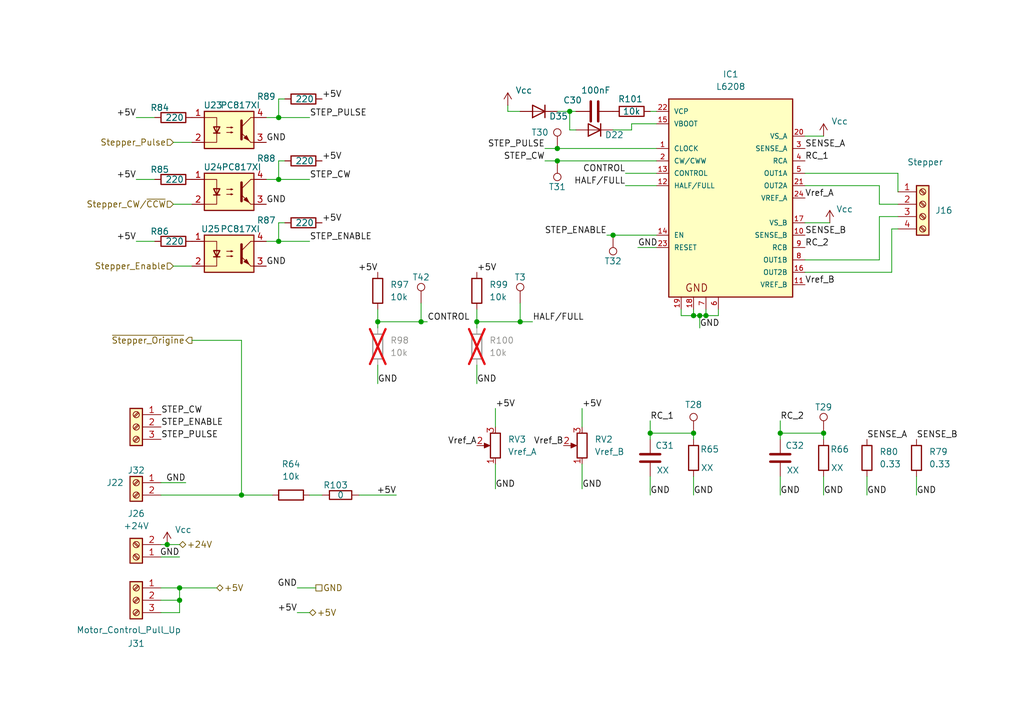
<source format=kicad_sch>
(kicad_sch (version 20231120) (generator "eeschema") (generator_version "8.0")
  (paper "A5")
  (title_block (title "Stepper controller") (date "2024-04-17") (rev "1.0"))
  (lib_symbols
    (symbol "Connector:Screw_Terminal_01x02" (pin_names (offset 1.016) hide)
      (property "Reference" "J" (at 0 2.54 0))
      (property "Value" "Screw_Terminal_01x02" (at 0 -5.08 0))
      (symbol "Screw_Terminal_01x02_1_1"
        (rectangle (start -1.27 1.27) (end 1.27 -3.81) (stroke (width 0.254)) (fill (type background)))
        (circle (center 0 -2.54) (radius 0.635) (stroke (width 0.1524)))
        (polyline (pts (xy -0.5334 -2.2098) (xy 0.3302 -3.048)) (stroke (width 0.1524)))
        (polyline (pts (xy -0.5334 0.3302) (xy 0.3302 -0.508)) (stroke (width 0.1524)))
        (polyline (pts (xy -0.3556 -2.032) (xy 0.508 -2.8702)) (stroke (width 0.1524)))
        (polyline (pts (xy -0.3556 0.508) (xy 0.508 -0.3302)) (stroke (width 0.1524)))
        (circle (center 0 0) (radius 0.635) (stroke (width 0.1524)))
        (pin passive line (at -5.08 0 0) (length 3.81) (name "Pin_1") (number "1"))
        (pin passive line (at -5.08 -2.54 0) (length 3.81) (name "Pin_2") (number "2"))
      )
    )
    (symbol "Connector:Screw_Terminal_01x03" (pin_names (offset 1.016) hide)
      (property "Reference" "J" (at 0 5.08 0))
      (property "Value" "Screw_Terminal_01x03" (at 0 -5.08 0))
      (symbol "Screw_Terminal_01x03_1_1"
        (rectangle (start -1.27 3.81) (end 1.27 -3.81) (stroke (width 0.254)) (fill (type background)))
        (circle (center 0 -2.54) (radius 0.635) (stroke (width 0.1524)))
        (polyline (pts (xy -0.5334 -2.2098) (xy 0.3302 -3.048)) (stroke (width 0.1524)))
        (polyline (pts (xy -0.5334 0.3302) (xy 0.3302 -0.508)) (stroke (width 0.1524)))
        (polyline (pts (xy -0.5334 2.8702) (xy 0.3302 2.032)) (stroke (width 0.1524)))
        (polyline (pts (xy -0.3556 -2.032) (xy 0.508 -2.8702)) (stroke (width 0.1524)))
        (polyline (pts (xy -0.3556 0.508) (xy 0.508 -0.3302)) (stroke (width 0.1524)))
        (polyline (pts (xy -0.3556 3.048) (xy 0.508 2.2098)) (stroke (width 0.1524)))
        (circle (center 0 0) (radius 0.635) (stroke (width 0.1524)))
        (circle (center 0 2.54) (radius 0.635) (stroke (width 0.1524)))
        (pin passive line (at -5.08 2.54 0) (length 3.81) (name "Pin_1") (number "1"))
        (pin passive line (at -5.08 0 0) (length 3.81) (name "Pin_2") (number "2"))
        (pin passive line (at -5.08 -2.54 0) (length 3.81) (name "Pin_3") (number "3"))
      )
    )
    (symbol "Connector:Screw_Terminal_01x04" (pin_names (offset 1.016) hide)
      (property "Reference" "J" (at 0 5.08 0))
      (property "Value" "Screw_Terminal_01x04" (at 0 -7.62 0))
      (symbol "Screw_Terminal_01x04_1_1"
        (rectangle (start -1.27 3.81) (end 1.27 -6.35) (stroke (width 0.254)) (fill (type background)))
        (circle (center 0 -5.08) (radius 0.635) (stroke (width 0.1524)))
        (circle (center 0 -2.54) (radius 0.635) (stroke (width 0.1524)))
        (polyline (pts (xy -0.5334 -4.7498) (xy 0.3302 -5.588)) (stroke (width 0.1524)))
        (polyline (pts (xy -0.5334 -2.2098) (xy 0.3302 -3.048)) (stroke (width 0.1524)))
        (polyline (pts (xy -0.5334 0.3302) (xy 0.3302 -0.508)) (stroke (width 0.1524)))
        (polyline (pts (xy -0.5334 2.8702) (xy 0.3302 2.032)) (stroke (width 0.1524)))
        (polyline (pts (xy -0.3556 -4.572) (xy 0.508 -5.4102)) (stroke (width 0.1524)))
        (polyline (pts (xy -0.3556 -2.032) (xy 0.508 -2.8702)) (stroke (width 0.1524)))
        (polyline (pts (xy -0.3556 0.508) (xy 0.508 -0.3302)) (stroke (width 0.1524)))
        (polyline (pts (xy -0.3556 3.048) (xy 0.508 2.2098)) (stroke (width 0.1524)))
        (circle (center 0 0) (radius 0.635) (stroke (width 0.1524)))
        (circle (center 0 2.54) (radius 0.635) (stroke (width 0.1524)))
        (pin passive line (at -5.08 2.54 0) (length 3.81) (name "Pin_1") (number "1"))
        (pin passive line (at -5.08 0 0) (length 3.81) (name "Pin_2") (number "2"))
        (pin passive line (at -5.08 -2.54 0) (length 3.81) (name "Pin_3") (number "3"))
        (pin passive line (at -5.08 -5.08 0) (length 3.81) (name "Pin_4") (number "4"))
      )
    )
    (symbol "Connector:TestPoint" (pin_numbers hide) (pin_names (offset 0.762) hide)
      (property "Reference" "TP" (at 0 6.858 0))
      (property "Value" "TestPoint" (at 0 5.08 0))
      (symbol "TestPoint_0_1"
        (circle (center 0 3.302) (radius 0.762))
      )
      (symbol "TestPoint_1_1"
        (pin passive line (at 0 0 90) (length 2.54) (name "1") (number "1"))
      )
    )
    (symbol "Device:C" (pin_numbers hide) (pin_names (offset 0.254))
      (property "Reference" "C" (at 0.635 2.54 0))
      (property "Value" "C" (at 0.635 -2.54 0))
      (symbol "C_0_1"
        (polyline (pts (xy -2.032 -0.762) (xy 2.032 -0.762)) (stroke (width 0.508)))
        (polyline (pts (xy -2.032 0.762) (xy 2.032 0.762)) (stroke (width 0.508)))
      )
      (symbol "C_1_1"
        (pin passive line (at 0 3.81 270) (length 2.794) (name "~") (number "1"))
        (pin passive line (at 0 -3.81 90) (length 2.794) (name "~") (number "2"))
      )
    )
    (symbol "Device:R" (pin_numbers hide) (pin_names (offset 0))
      (property "Reference" "R" (at 2.032 0 90))
      (property "Value" "R" (at 0 0 90))
      (symbol "R_0_1"
        (rectangle (start -1.016 -2.54) (end 1.016 2.54) (stroke (width 0.254)))
      )
      (symbol "R_1_1"
        (pin passive line (at 0 3.81 270) (length 1.27) (name "~") (number "1"))
        (pin passive line (at 0 -3.81 90) (length 1.27) (name "~") (number "2"))
      )
    )
    (symbol "Device:R_Potentiometer" (pin_names (offset 1.016) hide)
      (property "Reference" "RV" (at -4.445 0 90))
      (property "Value" "R_Potentiometer" (at -2.54 0 90))
      (symbol "R_Potentiometer_0_1"
        (polyline (pts (xy 2.54 0) (xy 1.524 0)))
        (polyline (pts (xy 1.143 0) (xy 2.286 0.508) (xy 2.286 -0.508) (xy 1.143 0)) (fill (type outline)))
        (rectangle (start 1.016 2.54) (end -1.016 -2.54) (stroke (width 0.254)))
      )
      (symbol "R_Potentiometer_1_1"
        (pin passive line (at 0 3.81 270) (length 1.27) (name "1") (number "1"))
        (pin passive line (at 3.81 0 180) (length 1.27) (name "2") (number "2"))
        (pin passive line (at 0 -3.81 90) (length 1.27) (name "3") (number "3"))
      )
    )
    (symbol "Diode:1N4148" (pin_numbers hide) (pin_names hide)
      (property "Reference" "D" (at 0 2.54 0))
      (property "Value" "1N4148" (at 0 -2.54 0))
      (symbol "1N4148_0_1"
        (polyline (pts (xy -1.27 1.27) (xy -1.27 -1.27)) (stroke (width 0.254)))
        (polyline (pts (xy 1.27 0) (xy -1.27 0)))
        (polyline (pts (xy 1.27 1.27) (xy 1.27 -1.27) (xy -1.27 0) (xy 1.27 1.27)) (stroke (width 0.254)))
      )
      (symbol "1N4148_1_1"
        (pin passive line (at -3.81 0 0) (length 2.54) (name "K") (number "1"))
        (pin passive line (at 3.81 0 180) (length 2.54) (name "A") (number "2"))
      )
    )
    (symbol "Isolator:PC817" (pin_names (offset 1.016))
      (property "Reference" "U" (at -5.08 5.08 0))
      (property "Value" "PC817" (at 0 5.08 0))
      (symbol "PC817_0_1"
        (rectangle (start -5.08 3.81) (end 5.08 -3.81) (stroke (width 0.254)) (fill (type background)))
        (polyline (pts (xy -3.175 -0.635) (xy -1.905 -0.635)) (stroke (width 0.254)))
        (polyline (pts (xy 2.54 0.635) (xy 4.445 2.54)))
        (polyline (pts (xy 4.445 -2.54) (xy 2.54 -0.635)) (fill (type outline)))
        (polyline (pts (xy 4.445 -2.54) (xy 5.08 -2.54)))
        (polyline (pts (xy 4.445 2.54) (xy 5.08 2.54)))
        (polyline (pts (xy -5.08 2.54) (xy -2.54 2.54) (xy -2.54 -0.635)))
        (polyline (pts (xy -2.54 -0.635) (xy -2.54 -2.54) (xy -5.08 -2.54)))
        (polyline (pts (xy 2.54 1.905) (xy 2.54 -1.905) (xy 2.54 -1.905)) (stroke (width 0.508)))
        (polyline (pts (xy -2.54 -0.635) (xy -3.175 0.635) (xy -1.905 0.635) (xy -2.54 -0.635)) (stroke (width 0.254)))
        (polyline (pts (xy -0.508 -0.508) (xy 0.762 -0.508) (xy 0.381 -0.635) (xy 0.381 -0.381) (xy 0.762 -0.508)))
        (polyline (pts (xy -0.508 0.508) (xy 0.762 0.508) (xy 0.381 0.381) (xy 0.381 0.635) (xy 0.762 0.508)))
        (polyline (pts (xy 3.048 -1.651) (xy 3.556 -1.143) (xy 4.064 -2.159) (xy 3.048 -1.651) (xy 3.048 -1.651)) (fill (type outline)))
      )
      (symbol "PC817_1_1"
        (pin passive line (at -7.62 2.54 0) (length 2.54) (name "~") (number "1"))
        (pin passive line (at -7.62 -2.54 0) (length 2.54) (name "~") (number "2"))
        (pin passive line (at 7.62 -2.54 180) (length 2.54) (name "~") (number "3"))
        (pin passive line (at 7.62 2.54 180) (length 2.54) (name "~") (number "4"))
      )
    )
    (symbol "L6208:L6208" (pin_names (offset 1.016))
      (property "Reference" "IC" (at -12.7204 21.6247 0))
      (property "Value" "L6208" (at 0 -22.8852 0))
      (symbol "L6208_0_0"
        (rectangle (start -12.7 -20.32) (end 12.7 20.32) (stroke (width 0.254)) (fill (type background)))
        (text "GND" (at -9.4127 -19.3341 0) (effects (font (size 1.5264 1.5264)) (justify left bottom)))
        (pin input line (at -15.24 10.16 0) (length 2.54) (name "CLOCK") (number "1"))
        (pin input line (at 15.24 -7.62 180) (length 2.54) (name "SENSE_B") (number "10"))
        (pin input line (at 15.24 -17.78 180) (length 2.54) (name "VREF_B") (number "11"))
        (pin input line (at -15.24 2.54 0) (length 2.54) (name "HALF/FULL") (number "12"))
        (pin input line (at -15.24 5.08 0) (length 2.54) (name "CONTROL") (number "13"))
        (pin input line (at -15.24 -7.62 0) (length 2.54) (name "EN") (number "14"))
        (pin input line (at -15.24 15.24 0) (length 2.54) (name "VBOOT") (number "15"))
        (pin output line (at 15.24 -15.24 180) (length 2.54) (name "OUT2B") (number "16"))
        (pin bidirectional line (at 15.24 -5.08 180) (length 2.54) (name "VS_B") (number "17"))
        (pin power_in line (at -7.62 -22.86 90) (length 2.54) (name "~") (number "18"))
        (pin power_in line (at -10.16 -22.86 90) (length 2.54) (name "~") (number "19"))
        (pin input line (at -15.24 7.62 0) (length 2.54) (name "CW/CWW") (number "2"))
        (pin bidirectional line (at 15.24 12.7 180) (length 2.54) (name "VS_A") (number "20"))
        (pin output line (at 15.24 2.54 180) (length 2.54) (name "OUT2A") (number "21"))
        (pin input line (at -15.24 17.78 0) (length 2.54) (name "VCP") (number "22"))
        (pin input line (at -15.24 -10.16 0) (length 2.54) (name "RESET") (number "23"))
        (pin input line (at 15.24 0 180) (length 2.54) (name "VREF_A") (number "24"))
        (pin input line (at 15.24 10.16 180) (length 2.54) (name "SENSE_A") (number "3"))
        (pin input line (at 15.24 7.62 180) (length 2.54) (name "RCA") (number "4"))
        (pin output line (at 15.24 5.08 180) (length 2.54) (name "OUT1A") (number "5"))
        (pin power_in line (at -2.54 -22.86 90) (length 2.54) (name "~") (number "6"))
        (pin power_in line (at -5.08 -22.86 90) (length 2.54) (name "~") (number "7"))
        (pin output line (at 15.24 -12.7 180) (length 2.54) (name "OUT1B") (number "8"))
        (pin input line (at 15.24 -10.16 180) (length 2.54) (name "RCB") (number "9"))
      )
    )
    (symbol "PCM_SL_Devices:Resistor_0.5W"
      (property "Reference" "R" (at 0 5.08 0))
      (property "Value" "Resistor_0.5W" (at 0 2.54 0))
      (symbol "Resistor_0.5W_0_1"
        (rectangle (start -2.286 0.889) (end 2.286 -0.889) (stroke (width 0.24)))
      )
      (symbol "Resistor_0.5W_1_1"
        (pin passive line (at -3.81 0 0) (length 1.5) (name "") (number "1"))
        (pin passive line (at 3.81 0 180) (length 1.5) (name "~") (number "2"))
      )
    )
    (symbol "power:+24V" (power) (pin_numbers hide) (pin_names (offset 0) hide)
      (property "Value" "+24V" (at 0 3.556 0))
      (symbol "+24V_0_1"
        (polyline (pts (xy -0.762 1.27) (xy 0 2.54)))
        (polyline (pts (xy 0 0) (xy 0 2.54)))
        (polyline (pts (xy 0 2.54) (xy 0.762 1.27)))
      )
      (symbol "+24V_1_1"
        (pin power_in line (at 0 0 90) (length 0) (name "~") (number "1"))
      )
    )
  )
  (junction (at 57.15 24.13))
  (junction (at 77.47 66.04))
  (junction (at 34.29 111.76))
  (junction (at 86.36 66.04))
  (junction (at 160.02 88.9))
  (junction (at 57.15 49.53))
  (junction (at 116.84 22.86))
  (junction (at 142.24 88.9))
  (junction (at 133.35 88.9))
  (junction (at 168.91 88.9))
  (junction (at 143.51 64.77))
  (junction (at 142.24 64.77))
  (junction (at 49.53 101.6))
  (junction (at 97.79 66.04))
  (junction (at 144.78 64.77))
  (junction (at 114.3 30.48))
  (junction (at 57.15 36.83))
  (junction (at 125.73 48.26))
  (junction (at 36.83 120.65))
  (junction (at 36.83 123.19))
  (junction (at 106.68 66.04))
  (junction (at 114.3 33.02))
  (wire (pts (xy 101.6 95.25) (xy 101.6 100.33)))
  (wire (pts (xy 27.94 24.13) (xy 31.75 24.13)))
  (wire (pts (xy 160.02 97.79) (xy 160.02 101.6)))
  (wire (pts (xy 106.68 66.04) (xy 97.79 66.04)))
  (wire (pts (xy 165.1 38.1) (xy 180.34 38.1)))
  (wire (pts (xy 180.34 53.34) (xy 180.34 44.45)))
  (wire (pts (xy 180.34 38.1) (xy 180.34 41.91)))
  (wire (pts (xy 165.1 55.88) (xy 182.88 55.88)))
  (wire (pts (xy 109.22 66.04) (xy 106.68 66.04)))
  (wire (pts (xy 104.14 22.86) (xy 106.68 22.86)))
  (wire (pts (xy 139.7 63.5) (xy 139.7 64.77)))
  (wire (pts (xy 57.15 45.72) (xy 58.42 45.72)))
  (wire (pts (xy 36.83 111.76) (xy 34.29 111.76)))
  (wire (pts (xy 116.84 26.67) (xy 118.11 26.67)))
  (wire (pts (xy 119.38 83.82) (xy 119.38 87.63)))
  (wire (pts (xy 125.73 26.67) (xy 129.54 26.67)))
  (wire (pts (xy 129.54 25.4) (xy 134.62 25.4)))
  (wire (pts (xy 180.34 41.91) (xy 184.15 41.91)))
  (wire (pts (xy 77.47 74.93) (xy 77.47 78.74)))
  (wire (pts (xy 27.94 36.83) (xy 31.75 36.83)))
  (wire (pts (xy 49.53 69.85) (xy 49.53 101.6)))
  (wire (pts (xy 54.61 24.13) (xy 57.15 24.13)))
  (wire (pts (xy 104.14 21.59) (xy 104.14 22.86)))
  (wire (pts (xy 57.15 49.53) (xy 57.15 45.72)))
  (wire (pts (xy 57.15 36.83) (xy 57.15 33.02)))
  (wire (pts (xy 128.27 38.1) (xy 134.62 38.1)))
  (wire (pts (xy 165.1 27.94) (xy 168.91 27.94)))
  (wire (pts (xy 144.78 64.77) (xy 143.51 64.77)))
  (wire (pts (xy 128.27 35.56) (xy 134.62 35.56)))
  (wire (pts (xy 106.68 62.23) (xy 106.68 66.04)))
  (wire (pts (xy 142.24 63.5) (xy 142.24 64.77)))
  (wire (pts (xy 63.5 125.73) (xy 60.96 125.73)))
  (wire (pts (xy 147.32 64.77) (xy 144.78 64.77)))
  (wire (pts (xy 177.8 97.79) (xy 177.8 101.6)))
  (wire (pts (xy 97.79 66.04) (xy 97.79 67.31)))
  (wire (pts (xy 133.35 22.86) (xy 134.62 22.86)))
  (wire (pts (xy 54.61 49.53) (xy 57.15 49.53)))
  (wire (pts (xy 35.56 54.61) (xy 39.37 54.61)))
  (wire (pts (xy 97.79 63.5) (xy 97.79 66.04)))
  (wire (pts (xy 116.84 22.86) (xy 116.84 26.67)))
  (wire (pts (xy 184.15 35.56) (xy 184.15 39.37)))
  (wire (pts (xy 57.15 24.13) (xy 57.15 20.32)))
  (wire (pts (xy 114.3 22.86) (xy 116.84 22.86)))
  (wire (pts (xy 119.38 95.25) (xy 119.38 100.33)))
  (wire (pts (xy 111.76 33.02) (xy 114.3 33.02)))
  (wire (pts (xy 124.46 48.26) (xy 125.73 48.26)))
  (wire (pts (xy 182.88 46.99) (xy 184.15 46.99)))
  (wire (pts (xy 111.76 30.48) (xy 114.3 30.48)))
  (wire (pts (xy 114.3 33.02) (xy 134.62 33.02)))
  (wire (pts (xy 144.78 63.5) (xy 144.78 64.77)))
  (wire (pts (xy 160.02 88.9) (xy 160.02 90.17)))
  (wire (pts (xy 57.15 24.13) (xy 63.5 24.13)))
  (wire (pts (xy 130.81 50.8) (xy 134.62 50.8)))
  (wire (pts (xy 125.73 48.26) (xy 134.62 48.26)))
  (wire (pts (xy 165.1 35.56) (xy 184.15 35.56)))
  (wire (pts (xy 142.24 90.17) (xy 142.24 88.9)))
  (wire (pts (xy 168.91 97.79) (xy 168.91 101.6)))
  (wire (pts (xy 77.47 66.04) (xy 77.47 67.31)))
  (wire (pts (xy 34.29 111.76) (xy 33.02 111.76)))
  (wire (pts (xy 114.3 30.48) (xy 134.62 30.48)))
  (wire (pts (xy 139.7 64.77) (xy 142.24 64.77)))
  (wire (pts (xy 129.54 26.67) (xy 129.54 25.4)))
  (wire (pts (xy 187.96 97.79) (xy 187.96 101.6)))
  (wire (pts (xy 33.02 99.06) (xy 38.1 99.06)))
  (wire (pts (xy 77.47 63.5) (xy 77.47 66.04)))
  (wire (pts (xy 33.02 125.73) (xy 36.83 125.73)))
  (wire (pts (xy 36.83 114.3) (xy 33.02 114.3)))
  (wire (pts (xy 57.15 36.83) (xy 63.5 36.83)))
  (wire (pts (xy 142.24 97.79) (xy 142.24 101.6)))
  (wire (pts (xy 118.11 22.86) (xy 116.84 22.86)))
  (wire (pts (xy 39.37 69.85) (xy 49.53 69.85)))
  (wire (pts (xy 57.15 33.02) (xy 58.42 33.02)))
  (wire (pts (xy 44.45 120.65) (xy 36.83 120.65)))
  (wire (pts (xy 165.1 53.34) (xy 180.34 53.34)))
  (wire (pts (xy 57.15 49.53) (xy 63.5 49.53)))
  (wire (pts (xy 182.88 55.88) (xy 182.88 46.99)))
  (wire (pts (xy 86.36 62.23) (xy 86.36 66.04)))
  (wire (pts (xy 66.04 101.6) (xy 63.5 101.6)))
  (wire (pts (xy 64.77 120.65) (xy 60.96 120.65)))
  (wire (pts (xy 133.35 88.9) (xy 142.24 88.9)))
  (wire (pts (xy 97.79 74.93) (xy 97.79 78.74)))
  (wire (pts (xy 87.63 66.04) (xy 86.36 66.04)))
  (wire (pts (xy 36.83 120.65) (xy 33.02 120.65)))
  (wire (pts (xy 160.02 88.9) (xy 168.91 88.9)))
  (wire (pts (xy 36.83 123.19) (xy 36.83 120.65)))
  (wire (pts (xy 133.35 86.36) (xy 133.35 88.9)))
  (wire (pts (xy 81.28 101.6) (xy 73.66 101.6)))
  (wire (pts (xy 147.32 63.5) (xy 147.32 64.77)))
  (wire (pts (xy 35.56 29.21) (xy 39.37 29.21)))
  (wire (pts (xy 168.91 90.17) (xy 168.91 88.9)))
  (wire (pts (xy 35.56 41.91) (xy 39.37 41.91)))
  (wire (pts (xy 49.53 101.6) (xy 55.88 101.6)))
  (wire (pts (xy 133.35 88.9) (xy 133.35 90.17)))
  (wire (pts (xy 142.24 64.77) (xy 143.51 64.77)))
  (wire (pts (xy 143.51 64.77) (xy 143.51 67.31)))
  (wire (pts (xy 101.6 83.82) (xy 101.6 87.63)))
  (wire (pts (xy 54.61 36.83) (xy 57.15 36.83)))
  (wire (pts (xy 160.02 86.36) (xy 160.02 88.9)))
  (wire (pts (xy 57.15 20.32) (xy 58.42 20.32)))
  (wire (pts (xy 33.02 123.19) (xy 36.83 123.19)))
  (wire (pts (xy 180.34 44.45) (xy 184.15 44.45)))
  (wire (pts (xy 86.36 66.04) (xy 77.47 66.04)))
  (wire (pts (xy 165.1 45.72) (xy 170.18 45.72)))
  (wire (pts (xy 27.94 49.53) (xy 31.75 49.53)))
  (wire (pts (xy 49.53 101.6) (xy 33.02 101.6)))
  (wire (pts (xy 133.35 97.79) (xy 133.35 101.6)))
  (wire (pts (xy 36.83 125.73) (xy 36.83 123.19)))
  (label "GND" (at 38.1 99.06 180))
  (label "STEP_ENABLE" (at 63.5 49.53 0))
  (label "GND" (at 101.6 100.33 0))
  (label "SENSE_A" (at 165.1 30.48 0))
  (label "+5V" (at 66.04 20.32 0))
  (label "GND" (at 177.8 101.6 0))
  (label "STEP_PULSE" (at 33.02 90.17 0))
  (label "GND" (at 54.61 29.21 0))
  (label "STEP_PULSE" (at 63.5 24.13 0))
  (label "+5V" (at 77.47 55.88 180))
  (label "GND" (at 130.81 50.8 0))
  (label "+5V" (at 27.94 49.53 180))
  (label "CONTROL" (at 87.63 66.04 0))
  (label "GND" (at 168.91 101.6 0))
  (label "RC_1" (at 133.35 86.36 0))
  (label "SENSE_B" (at 187.96 90.17 0))
  (label "STEP_ENABLE" (at 33.02 87.63 0))
  (label "STEP_ENABLE" (at 124.46 48.26 180))
  (label "STEP_CW" (at 33.02 85.09 0))
  (label "+5V" (at 66.04 33.02 0))
  (label "GND" (at 36.83 114.3 180))
  (label "GND" (at 97.79 78.74 0))
  (label "Vref_B" (at 165.1 58.42 0))
  (label "+5V" (at 27.94 24.13 180))
  (label "GND" (at 54.61 41.91 0))
  (label "STEP_CW" (at 63.5 36.83 0))
  (label "GND" (at 119.38 100.33 0))
  (label "GND" (at 54.61 54.61 0))
  (label "Vref_B" (at 115.57 91.44 180))
  (label "GND" (at 160.02 101.6 0))
  (label "GND" (at 142.24 101.6 0))
  (label "RC_2" (at 165.1 50.8 0))
  (label "+5V" (at 27.94 36.83 180))
  (label "Vref_A" (at 97.79 91.44 180))
  (label "RC_2" (at 160.02 86.36 0))
  (label "+5V" (at 119.38 83.82 0))
  (label "STEP_PULSE" (at 111.76 30.48 180))
  (label "SENSE_A" (at 177.8 90.17 0))
  (label "CONTROL" (at 128.27 35.56 180))
  (label "Vref_A" (at 165.1 40.64 0))
  (label "+5V" (at 81.28 101.6 180))
  (label "GND" (at 77.47 78.74 0))
  (label "+5V" (at 66.04 45.72 0))
  (label "STEP_CW" (at 111.76 33.02 180))
  (label "HALF{slash}FULL" (at 128.27 38.1 180))
  (label "GND" (at 133.35 101.6 0))
  (label "GND" (at 143.51 67.31 0))
  (label "+5V" (at 101.6 83.82 0))
  (label "GND" (at 60.96 120.65 180))
  (label "+5V" (at 60.96 125.73 180))
  (label "HALF{slash}FULL" (at 109.22 66.04 0))
  (label "+5V" (at 97.79 55.88 0))
  (label "RC_1" (at 165.1 33.02 0))
  (label "SENSE_B" (at 165.1 48.26 0))
  (label "GND" (at 187.96 101.6 0))
  (hierarchical_label "+24V" (shape bidirectional) (at 36.83 111.76 0))
  (hierarchical_label "Stepper_Pulse" (shape input) (at 35.56 29.21 180))
  (hierarchical_label "GND" (shape passive) (at 64.77 120.65 0))
  (hierarchical_label "Stepper_CW{slash}~{CCW}" (shape input) (at 35.56 41.91 180))
  (hierarchical_label "+5V" (shape bidirectional) (at 63.5 125.73 0))
  (hierarchical_label "+5V" (shape bidirectional) (at 44.45 120.65 0))
  (hierarchical_label "Stepper_Enable" (shape input) (at 35.56 54.61 180))
  (hierarchical_label "~{Stepper_Origine}" (shape output) (at 39.37 69.85 180))
  (symbol (lib_id "Connector:TestPoint") (at 114.3 30.48 0) (unit 1)
    (property "Reference" "T30" (at 110.744 27.178 0))
    (property "Value" "TP" (effects (hide yes)))
    (property "Footprint" "TestPoint:TestPoint_Pad_D1.0mm" (effects (hide yes)))
    (property "Description" "test point" (effects (hide yes)))
  )
  (symbol (lib_id "power:+24V") (at 34.29 111.76 0) (unit 1)
    (property "Reference" "#PWR048" (effects (hide yes)))
    (property "Value" "Vcc" (at 37.592 108.712 0))
    (property "Description" "Power symbol creates a global label with name \"+24V\"" (effects (hide yes)))
  )
  (symbol (lib_id "power:+24V") (at 168.91 27.94 0) (unit 1)
    (property "Reference" "#PWR042" (effects (hide yes)))
    (property "Value" "Vcc" (at 172.212 24.892 0))
    (property "Description" "Power symbol creates a global label with name \"+24V\"" (effects (hide yes)))
  )
  (symbol (lib_id "Connector:TestPoint") (at 142.24 88.9 0) (unit 1)
    (property "Reference" "T28" (at 142.24 83.058 0))
    (property "Value" "TP" (effects (hide yes)))
    (property "Footprint" "TestPoint:TestPoint_Pad_D1.0mm" (effects (hide yes)))
    (property "Description" "test point" (effects (hide yes)))
  )
  (symbol (lib_id "Device:C") (at 133.35 93.98 0) (unit 1)
    (property "Reference" "C31" (at 134.366 91.44 0) (effects (justify left)))
    (property "Value" "XX" (at 134.62 96.52 0) (effects (justify left)))
    (property "Footprint" "Capacitor_SMD:C_0603_1608Metric" (effects (hide yes)))
  )
  (symbol (lib_id "Device:R") (at 62.23 45.72 270) (unit 1)
    (property "Reference" "R87" (at 54.61 45.212 90))
    (property "Value" "220" (at 62.484 45.72 90))
    (property "Footprint" "Resistor_SMD:R_0603_1608Metric" (effects (hide yes)))
  )
  (symbol (lib_id "Device:R") (at 77.47 71.12 0) (mirror y) (unit 1) (in_bom no) (dnp yes)
    (property "Reference" "R98" (at 80.01 69.8499 0) (effects (justify right)))
    (property "Value" "10k" (at 80.01 72.3899 0) (effects (justify right)))
    (property "Footprint" "Resistor_SMD:R_0603_1608Metric" (effects (hide yes)))
  )
  (symbol (lib_id "Connector:TestPoint") (at 168.91 88.9 0) (unit 1)
    (property "Reference" "T29" (at 168.91 83.566 0))
    (property "Value" "TP" (effects (hide yes)))
    (property "Footprint" "TestPoint:TestPoint_Pad_D1.0mm" (effects (hide yes)))
    (property "Description" "test point" (effects (hide yes)))
  )
  (symbol (lib_id "Device:C") (at 160.02 93.98 0) (unit 1)
    (property "Reference" "C32" (at 161.036 91.44 0) (effects (justify left)))
    (property "Value" "XX" (at 161.29 96.52 0) (effects (justify left)))
    (property "Footprint" "Capacitor_SMD:C_0603_1608Metric" (effects (hide yes)))
  )
  (symbol (lib_id "Connector:TestPoint") (at 114.3 33.02 180) (unit 1)
    (property "Reference" "T31" (at 114.3 38.354 0))
    (property "Value" "TP" (effects (hide yes)))
    (property "Footprint" "TestPoint:TestPoint_Pad_D1.0mm" (effects (hide yes)))
    (property "Description" "test point" (effects (hide yes)))
  )
  (symbol (lib_id "Device:R") (at 142.24 93.98 180) (unit 1)
    (property "Reference" "R65" (at 145.542 92.202 0))
    (property "Value" "XX" (at 145.034 96.012 0))
    (property "Footprint" "Resistor_SMD:R_0603_1608Metric" (effects (hide yes)))
  )
  (symbol (lib_id "Device:R_Potentiometer") (at 101.6 91.44 180) (unit 1)
    (property "Reference" "RV3" (at 104.14 90.1699 0) (effects (justify right)))
    (property "Value" "Vref_A" (at 104.14 92.7099 0) (effects (justify right)))
    (property "Footprint" "Potentiometer_SMD:Potentiometer_Bourns_3314S_Horizontal" (effects (hide yes)))
    (property "Description" "Potentiometer" (effects (hide yes)))
  )
  (symbol (lib_id "Device:R") (at 168.91 93.98 180) (unit 1)
    (property "Reference" "R66" (at 172.212 92.202 0))
    (property "Value" "XX" (at 171.704 96.012 0))
    (property "Footprint" "Resistor_SMD:R_0603_1608Metric" (effects (hide yes)))
  )
  (symbol (lib_id "Device:R") (at 59.69 101.6 270) (mirror x) (unit 1)
    (property "Reference" "R64" (at 59.69 95.25 90))
    (property "Value" "10k" (at 59.69 97.79 90))
    (property "Footprint" "Resistor_SMD:R_0603_1608Metric" (effects (hide yes)))
  )
  (symbol (lib_id "Connector:TestPoint") (at 106.68 62.23 0) (unit 1)
    (property "Reference" "T3" (at 106.68 56.896 0))
    (property "Value" "TP" (effects (hide yes)))
    (property "Footprint" "TestPoint:TestPoint_Pad_D1.0mm" (effects (hide yes)))
    (property "Description" "test point" (effects (hide yes)))
  )
  (symbol (lib_id "Connector:TestPoint") (at 125.73 48.26 180) (unit 1)
    (property "Reference" "T32" (at 125.73 53.594 0))
    (property "Value" "TP" (effects (hide yes)))
    (property "Footprint" "TestPoint:TestPoint_Pad_D1.0mm" (effects (hide yes)))
    (property "Description" "test point" (effects (hide yes)))
  )
  (symbol (lib_id "Connector:Screw_Terminal_01x03") (at 27.94 87.63 0) (mirror y) (unit 1)
    (property "Reference" "J32" (at 27.94 96.52 0))
    (property "Value" "KF128-2.54_3P" (effects (hide yes)))
    (property "Footprint" "TerminalBlock_Phoenix:TerminalBlock_Phoenix_MPT-0,5-3-2.54_1x03_P2.54mm_Horizontal" (effects (hide yes)))
    (property "Description" "Generic screw terminal, single row, 01x03, script generated (kicad-library-utils/schlib/autogen/connector/)" (effects (hide yes)))
  )
  (symbol (lib_id "power:+24V") (at 104.14 21.59 0) (unit 1)
    (property "Reference" "#PWR044" (effects (hide yes)))
    (property "Value" "Vcc" (at 107.442 18.542 0))
    (property "Description" "Power symbol creates a global label with name \"+24V\"" (effects (hide yes)))
  )
  (symbol (lib_id "Device:R") (at 97.79 71.12 0) (mirror y) (unit 1) (dnp yes)
    (property "Reference" "R100" (at 100.33 69.8499 0) (effects (justify right)))
    (property "Value" "10k" (at 100.33 72.3899 0) (effects (justify right)))
    (property "Footprint" "Resistor_SMD:R_0603_1608Metric" (effects (hide yes)))
  )
  (symbol (lib_id "Isolator:PC817") (at 46.99 39.37 0) (unit 1)
    (property "Reference" "U24" (at 43.688 34.29 0))
    (property "Value" "PC817XI" (at 49.53 34.29 0))
    (property "Footprint" "Package_SO:SOP-4_4.4x2.6mm_P1.27mm" (effects (hide yes)))
    (property "Datasheet" "http://www.soselectronic.cz/a_info/resource/d/pc817.pdf" (effects (hide yes)))
  )
  (symbol (lib_id "Device:R") (at 129.54 22.86 270) (unit 1)
    (property "Reference" "R101" (at 129.286 20.32 90))
    (property "Value" "10k" (at 129.54 22.86 90))
    (property "Footprint" "Resistor_SMD:R_0603_1608Metric" (effects (hide yes)))
  )
  (symbol (lib_id "Device:R") (at 62.23 20.32 270) (unit 1)
    (property "Reference" "R89" (at 54.61 19.812 90))
    (property "Value" "220" (at 62.484 20.32 90))
    (property "Footprint" "Resistor_SMD:R_0603_1608Metric" (effects (hide yes)))
  )
  (symbol (lib_id "Device:C") (at 121.92 22.86 90) (unit 1)
    (property "Reference" "C30" (at 119.38 20.574 90) (effects (justify left)))
    (property "Value" "100nF" (at 125.222 18.542 90) (effects (justify left)))
    (property "Footprint" "Capacitor_SMD:C_0603_1608Metric" (effects (hide yes)))
  )
  (symbol (lib_id "Device:R") (at 97.79 59.69 0) (mirror y) (unit 1)
    (property "Reference" "R99" (at 100.33 58.4199 0) (effects (justify right)))
    (property "Value" "10k" (at 100.33 60.9599 0) (effects (justify right)))
    (property "Footprint" "Resistor_SMD:R_0603_1608Metric" (effects (hide yes)))
  )
  (symbol (lib_id "Device:R") (at 35.56 24.13 270) (unit 1)
    (property "Reference" "R84" (at 32.766 22.098 90))
    (property "Value" "220" (at 35.814 24.13 90))
    (property "Footprint" "Resistor_SMD:R_0603_1608Metric" (effects (hide yes)))
  )
  (symbol (lib_id "Isolator:PC817") (at 46.99 26.67 0) (unit 1)
    (property "Reference" "U23" (at 43.688 21.59 0))
    (property "Value" "PC817XI" (at 49.276 21.59 0))
    (property "Footprint" "Package_SO:SOP-4_4.4x2.6mm_P1.27mm" (effects (hide yes)))
    (property "Datasheet" "http://www.soselectronic.cz/a_info/resource/d/pc817.pdf" (effects (hide yes)))
  )
  (symbol (lib_id "Device:R") (at 77.47 59.69 0) (mirror y) (unit 1)
    (property "Reference" "R97" (at 80.01 58.4199 0) (effects (justify right)))
    (property "Value" "10k" (at 80.01 60.9599 0) (effects (justify right)))
    (property "Footprint" "Resistor_SMD:R_0603_1608Metric" (effects (hide yes)))
  )
  (symbol (lib_id "Connector:Screw_Terminal_01x02") (at 27.94 99.06 0) (mirror y) (unit 1)
    (property "Reference" "J22" (at 25.4 99.0599 0) (effects (justify left)))
    (property "Value" "KF128-2.54_2P" (effects (hide yes)))
    (property "Footprint" "TerminalBlock_Phoenix:TerminalBlock_Phoenix_MPT-0,5-2-2.54_1x02_P2.54mm_Horizontal" (effects (hide yes)))
    (property "Description" "Generic screw terminal, single row, 01x02, script generated (kicad-library-utils/schlib/autogen/connector/)" (effects (hide yes)))
  )
  (symbol (lib_id "Connector:Screw_Terminal_01x04") (at 189.23 41.91 0) (unit 1)
    (property "Reference" "J16" (at 191.77 43.1799 0) (effects (justify left)))
    (property "Value" "Stepper" (at 189.738 33.274 0))
    (property "Footprint" "Connector_Phoenix_MSTB:PhoenixContact_MSTBA_2,5_4-G-5,08_1x04_P5.08mm_Horizontal" (effects (hide yes)))
    (property "Description" "Generic screw terminal, single row, 01x04, script generated (kicad-library-utils/schlib/autogen/connector/)" (effects (hide yes)))
  )
  (symbol (lib_id "Device:R") (at 35.56 36.83 270) (unit 1)
    (property "Reference" "R85" (at 32.766 34.798 90))
    (property "Value" "220" (at 35.814 36.83 90))
    (property "Footprint" "Resistor_SMD:R_0603_1608Metric" (effects (hide yes)))
  )
  (symbol (lib_id "Device:R") (at 177.8 93.98 0) (unit 1)
    (property "Reference" "R80" (at 180.34 92.7099 0) (effects (justify left)))
    (property "Value" "0.33" (at 180.34 95.2499 0) (effects (justify left)))
    (property "Footprint" "Resistor_THT:R_Axial_DIN0414_L11.9mm_D4.5mm_P15.24mm_Horizontal" (effects (hide yes)))
    (property "Description" "Resistor" (effects (hide yes)))
  )
  (symbol (lib_id "PCM_SL_Devices:Resistor_0.5W") (at 69.85 101.6 0) (unit 1)
    (property "Reference" "R103" (at 68.834 99.568 0))
    (property "Value" "0" (at 69.85 101.6 0))
    (property "Footprint" "Resistor_SMD:R_0603_1608Metric" (effects (hide yes)))
  )
  (symbol (lib_id "Device:R") (at 187.96 93.98 0) (unit 1)
    (property "Reference" "R79" (at 190.5 92.7099 0) (effects (justify left)))
    (property "Value" "0.33" (at 190.5 95.2499 0) (effects (justify left)))
    (property "Footprint" "Resistor_THT:R_Axial_DIN0414_L11.9mm_D4.5mm_P15.24mm_Horizontal" (effects (hide yes)))
    (property "Description" "Resistor" (effects (hide yes)))
  )
  (symbol (lib_id "Connector:TestPoint") (at 86.36 62.23 0) (unit 1)
    (property "Reference" "T42" (at 86.36 56.896 0))
    (property "Value" "TP" (effects (hide yes)))
    (property "Footprint" "TestPoint:TestPoint_Pad_D1.0mm" (effects (hide yes)))
    (property "Description" "test point" (effects (hide yes)))
  )
  (symbol (lib_id "Device:R") (at 35.56 49.53 270) (unit 1)
    (property "Reference" "R86" (at 32.766 47.498 90))
    (property "Value" "220" (at 35.814 49.53 90))
    (property "Footprint" "Resistor_SMD:R_0603_1608Metric" (effects (hide yes)))
  )
  (symbol (lib_id "Diode:1N4148") (at 110.49 22.86 180) (unit 1)
    (property "Reference" "D35" (at 114.554 23.876 0))
    (property "Value" "1N4148" (effects (hide yes)))
    (property "Footprint" "Diode_SMD:D_SOD-323" (effects (hide yes)))
    (property "Datasheet" "https://assets.nexperia.com/documents/data-sheet/1N4148_1N4448.pdf" (effects (hide yes)))
    (property "Description" "100V 0.15A standard switching diode, DO-35" (effects (hide yes)))
    (property "Sim.Device" "D" (effects (hide yes)))
    (property "Sim.Pins" "1=K 2=A" (effects (hide yes)))
  )
  (symbol (lib_id "Device:R") (at 62.23 33.02 270) (unit 1)
    (property "Reference" "R88" (at 54.61 32.512 90))
    (property "Value" "220" (at 62.484 33.02 90))
    (property "Footprint" "Resistor_SMD:R_0603_1608Metric" (effects (hide yes)))
  )
  (symbol (lib_id "Diode:1N4148") (at 121.92 26.67 180) (unit 1)
    (property "Reference" "D22" (at 125.984 27.686 0))
    (property "Value" "1N4148" (effects (hide yes)))
    (property "Footprint" "Diode_SMD:D_SOD-323" (effects (hide yes)))
    (property "Datasheet" "https://assets.nexperia.com/documents/data-sheet/1N4148_1N4448.pdf" (effects (hide yes)))
    (property "Description" "100V 0.15A standard switching diode, DO-35" (effects (hide yes)))
    (property "Sim.Device" "D" (effects (hide yes)))
    (property "Sim.Pins" "1=K 2=A" (effects (hide yes)))
  )
  (symbol (lib_id "Device:R_Potentiometer") (at 119.38 91.44 180) (unit 1)
    (property "Reference" "RV2" (at 121.92 90.1699 0) (effects (justify right)))
    (property "Value" "Vref_B" (at 121.92 92.7099 0) (effects (justify right)))
    (property "Footprint" "Potentiometer_SMD:Potentiometer_Bourns_3314S_Horizontal" (effects (hide yes)))
    (property "Description" "Potentiometer" (effects (hide yes)))
  )
  (symbol (lib_id "power:+24V") (at 170.18 45.72 0) (unit 1)
    (property "Reference" "#PWR043" (effects (hide yes)))
    (property "Value" "Vcc" (at 173.228 42.926 0))
    (property "Description" "Power symbol creates a global label with name \"+24V\"" (effects (hide yes)))
  )
  (symbol (lib_id "Connector:Screw_Terminal_01x02") (at 27.94 114.3 180) (unit 1)
    (property "Reference" "J26" (at 27.94 105.41 0))
    (property "Value" "+24V" (at 27.94 107.95 0))
    (property "Footprint" "Connector_Phoenix_MSTB:PhoenixContact_MSTBA_2,5_2-G-5,08_1x02_P5.08mm_Horizontal" (effects (hide yes)))
  )
  (symbol (lib_id "Connector:Screw_Terminal_01x03") (at 27.94 123.19 0) (mirror y) (unit 1)
    (property "Reference" "J31" (at 27.94 132.08 0))
    (property "Value" "Motor_Control_Pull_Up" (at 26.416 129.286 0))
    (property "Footprint" "TerminalBlock_Phoenix:TerminalBlock_Phoenix_MPT-0,5-3-2.54_1x03_P2.54mm_Horizontal" (effects (hide yes)))
    (property "Description" "Generic screw terminal, single row, 01x03, script generated (kicad-library-utils/schlib/autogen/connector/)" (effects (hide yes)))
  )
  (symbol (lib_id "Isolator:PC817") (at 46.99 52.07 0) (unit 1)
    (property "Reference" "U25" (at 43.18 46.99 0))
    (property "Value" "PC817XI" (at 49.276 46.99 0))
    (property "Footprint" "Package_SO:SOP-4_4.4x2.6mm_P1.27mm" (effects (hide yes)))
    (property "Datasheet" "http://www.soselectronic.cz/a_info/resource/d/pc817.pdf" (effects (hide yes)))
  )
  (symbol (lib_id "L6208:L6208") (at 149.86 40.64 0) (unit 1)
    (property "Reference" "IC1" (at 149.86 15.24 0))
    (property "Value" "L6208" (at 149.86 17.78 0))
    (property "Footprint" "Package_SO:ST_PowerSSO-36_SlugDown_ThermalVias" (effects (hide yes)))
    (property "MF" "STMicroelectronics" (effects (hide yes)))
    (property "Description_1" "\nBipolar Motor Driver DMOS Parallel 48-QFN (7x7)\n" (effects (hide yes)))
    (property "Package" "BSSOP-36 STMicroelectronics" (effects (hide yes)))
    (property "Price" "None" (effects (hide yes)))
    (property "SnapEDA_Link" "https://www.snapeda.com/parts/L6208/STMicroelectronics/view-part/?ref=snap" (effects (hide yes)))
    (property "MP" "L6208" (effects (hide yes)))
    (property "Availability" "Not in stock" (effects (hide yes)))
    (property "Check_prices" "https://www.snapeda.com/parts/L6208/STMicroelectronics/view-part/?ref=eda" (effects (hide yes)))
  )
)
</source>
